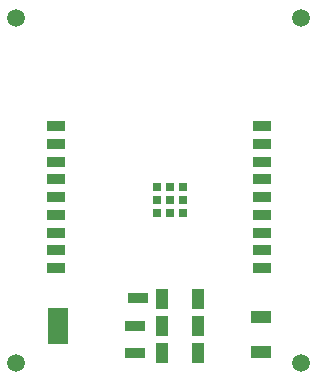
<source format=gtp>
G04*
G04 #@! TF.GenerationSoftware,Altium Limited,Altium Designer,24.0.1 (36)*
G04*
G04 Layer_Color=8421504*
%FSLAX44Y44*%
%MOMM*%
G71*
G04*
G04 #@! TF.SameCoordinates,679F6686-0656-46BC-BDB5-5FE1FF963507*
G04*
G04*
G04 #@! TF.FilePolarity,Positive*
G04*
G01*
G75*
%ADD13C,1.5000*%
%ADD14R,0.7000X0.7000*%
%ADD15R,1.5000X0.9000*%
%ADD16R,1.8034X1.1176*%
%ADD17R,1.1176X1.8034*%
%ADD18R,1.7000X0.8382*%
%ADD19R,1.7000X3.0988*%
D13*
X-6350Y-31750D02*
D03*
X234950D02*
D03*
X-6350Y260350D02*
D03*
X234950D02*
D03*
D14*
X112900Y95700D02*
D03*
X123900D02*
D03*
X134900D02*
D03*
Y117700D02*
D03*
X123900D02*
D03*
X112900D02*
D03*
Y106700D02*
D03*
X134900D02*
D03*
X123900D02*
D03*
D15*
X201800Y168700D02*
D03*
Y153700D02*
D03*
Y138700D02*
D03*
Y123700D02*
D03*
Y108700D02*
D03*
Y93700D02*
D03*
Y78700D02*
D03*
Y63700D02*
D03*
Y48700D02*
D03*
X26800D02*
D03*
Y63700D02*
D03*
Y78700D02*
D03*
Y93700D02*
D03*
Y108700D02*
D03*
Y123700D02*
D03*
Y138700D02*
D03*
Y153700D02*
D03*
Y168700D02*
D03*
D16*
X200660Y7366D02*
D03*
Y-22606D02*
D03*
D17*
X117094Y-22860D02*
D03*
X147066D02*
D03*
X117094Y0D02*
D03*
X147066D02*
D03*
X117094Y22860D02*
D03*
X147066D02*
D03*
D18*
X96710Y23114D02*
D03*
X94210Y0D02*
D03*
Y-23114D02*
D03*
D19*
X29210Y0D02*
D03*
M02*

</source>
